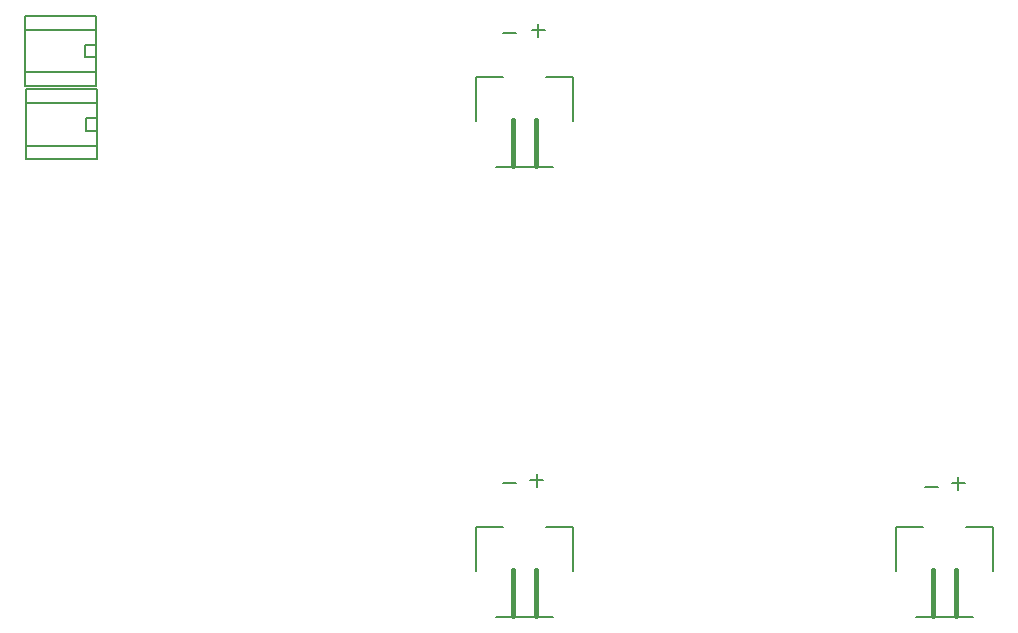
<source format=gbo>
G75*
G70*
%OFA0B0*%
%FSLAX24Y24*%
%IPPOS*%
%LPD*%
%AMOC8*
5,1,8,0,0,1.08239X$1,22.5*
%
%ADD10C,0.0060*%
%ADD11C,0.0050*%
%ADD12C,0.0157*%
D10*
X041894Y005124D02*
X042321Y005124D01*
X042794Y005201D02*
X043221Y005201D01*
X043007Y004988D02*
X043007Y005415D01*
X055944Y004974D02*
X056371Y004974D01*
X056844Y005101D02*
X057271Y005101D01*
X057057Y004888D02*
X057057Y005315D01*
X043057Y019988D02*
X043057Y020415D01*
X042844Y020201D02*
X043271Y020201D01*
X042321Y020124D02*
X041894Y020124D01*
D11*
X028337Y015909D02*
X025975Y015909D01*
X025975Y016358D01*
X028337Y016358D01*
X028337Y016858D01*
X027975Y016858D01*
X027975Y017283D01*
X028337Y017283D01*
X028337Y017783D01*
X025975Y017783D01*
X025975Y016358D01*
X025975Y017783D02*
X025975Y018232D01*
X028337Y018232D01*
X028337Y017783D01*
X028307Y018354D02*
X025945Y018354D01*
X025945Y018803D01*
X028307Y018803D01*
X028307Y019303D01*
X027945Y019303D01*
X027945Y019728D01*
X028307Y019728D01*
X028307Y020228D01*
X025945Y020228D01*
X025945Y018803D01*
X025945Y020228D02*
X025945Y020677D01*
X028307Y020677D01*
X028307Y020228D01*
X028307Y019728D02*
X028307Y019303D01*
X028307Y018803D02*
X028307Y018354D01*
X028337Y017283D02*
X028337Y016858D01*
X028337Y016358D02*
X028337Y015909D01*
X040987Y017176D02*
X040987Y018632D01*
X041892Y018632D01*
X043309Y018632D02*
X044215Y018632D01*
X044215Y017176D01*
X043546Y015640D02*
X041656Y015640D01*
X041833Y015640D02*
X043369Y015640D01*
X043309Y003632D02*
X044215Y003632D01*
X044215Y002176D01*
X041892Y003632D02*
X040987Y003632D01*
X040987Y002176D01*
X041656Y000640D02*
X043546Y000640D01*
X043369Y000640D02*
X041833Y000640D01*
X054987Y002176D02*
X054987Y003632D01*
X055892Y003632D01*
X057309Y003632D02*
X058215Y003632D01*
X058215Y002176D01*
X057546Y000640D02*
X055656Y000640D01*
X055833Y000640D02*
X057369Y000640D01*
D12*
X056994Y000694D02*
X056994Y002215D01*
X056207Y002215D02*
X056207Y000694D01*
X042994Y000694D02*
X042994Y002215D01*
X042207Y002215D02*
X042207Y000694D01*
X042207Y015694D02*
X042207Y017215D01*
X042994Y017215D02*
X042994Y015694D01*
M02*

</source>
